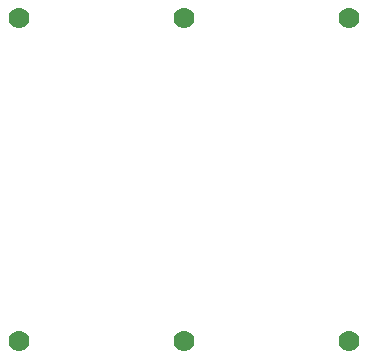
<source format=gbs>
G04 #@! TF.FileFunction,Soldermask,Bot*
%FSLAX46Y46*%
G04 Gerber Fmt 4.6, Leading zero omitted, Abs format (unit mm)*
G04 Created by KiCad (PCBNEW 4.0.1-stable) date 2017-04-12 2:11:18 PM*
%MOMM*%
G01*
G04 APERTURE LIST*
%ADD10C,0.150000*%
%ADD11C,1.778000*%
G04 APERTURE END LIST*
D10*
D11*
X90170000Y-47307500D03*
X90170000Y-74612500D03*
X76200000Y-47307500D03*
X76200000Y-74612500D03*
X62230000Y-47307500D03*
X62230000Y-74612500D03*
M02*

</source>
